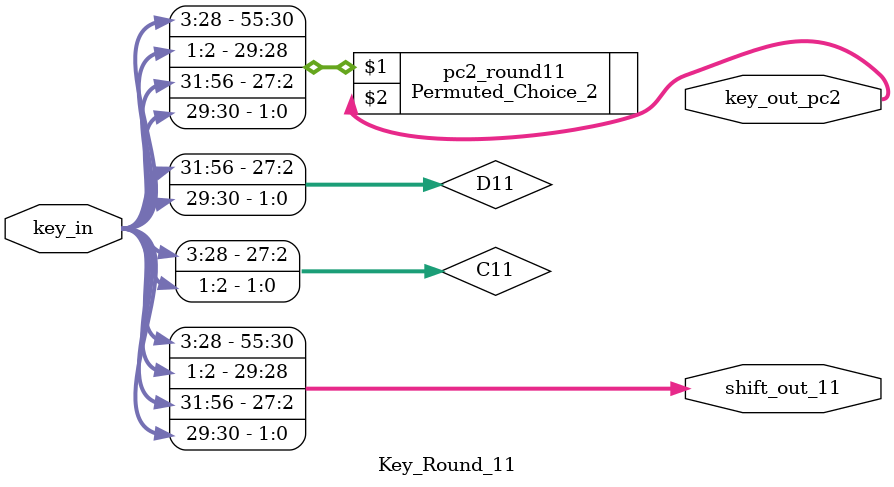
<source format=v>
`timescale 1ns / 1ps
module Key_Round_11(
   input [1:56] key_in,
    output [1:56] shift_out_11,
    output [1:48] key_out_pc2
    );

wire [1:28] C11,D11;
assign C11={key_in[3:28],key_in[1:2]};
assign D11={key_in[31:56],key_in[29:30]};
assign shift_out_11={C11,D11};

Permuted_Choice_2 pc2_round11(shift_out_11, key_out_pc2);
endmodule

</source>
